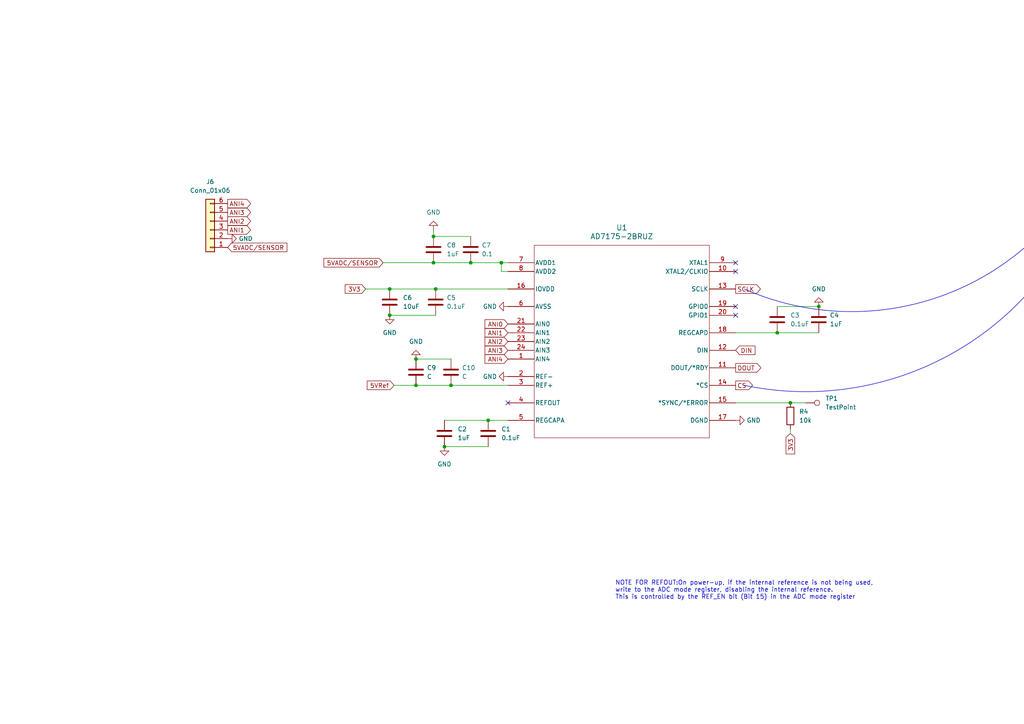
<source format=kicad_sch>
(kicad_sch (version 20230121) (generator eeschema)
  (paper "A4")
  (lib_symbols
    (symbol "Analog_ADC:AD7175-2BRUZ" (pin_names (offset 0.254))
      (property "Reference" "U" (at 33.02 10.16 0))
      (property "Value" "AD7175-2BRUZ" (at 33.02 7.62 0))
      (symbol "AD7175-2BRUZ_0_1"
        (polyline (pts (xy 7.62 -50.8) (xy 58.42 -50.8)) (stroke (width 0.127)))
        (polyline (pts (xy 7.62 5.08) (xy 7.62 -50.8)) (stroke (width 0.127)))
        (polyline (pts (xy 58.42 -50.8) (xy 58.42 5.08)) (stroke (width 0.127)))
        (polyline (pts (xy 58.42 5.08) (xy 7.62 5.08)) (stroke (width 0.127)))
        (pin unspecified line (at 0 -27.94 0) (length 7.62) (name "AIN4") (number "1"))
        (pin unspecified line (at 66.04 -2.54 180) (length 7.62) (name "XTAL2/CLKIO") (number "10"))
        (pin unspecified line (at 66.04 -30.48 180) (length 7.62) (name "DOUT/*RDY") (number "11"))
        (pin unspecified line (at 66.04 -25.4 180) (length 7.62) (name "DIN") (number "12"))
        (pin unspecified line (at 66.04 -7.62 180) (length 7.62) (name "SCLK") (number "13"))
        (pin unspecified line (at 66.04 -35.56 180) (length 7.62) (name "*CS") (number "14"))
        (pin unspecified line (at 66.04 -40.64 180) (length 7.62) (name "*SYNC/*ERROR") (number "15"))
        (pin unspecified line (at 0 -7.62 0) (length 7.62) (name "IOVDD") (number "16"))
        (pin unspecified line (at 66.04 -45.72 180) (length 7.62) (name "DGND") (number "17"))
        (pin unspecified line (at 66.04 -20.32 180) (length 7.62) (name "REGCAPD") (number "18"))
        (pin unspecified line (at 66.04 -12.7 180) (length 7.62) (name "GPIO0") (number "19"))
        (pin unspecified line (at 0 -33.02 0) (length 7.62) (name "REF-") (number "2"))
        (pin unspecified line (at 66.04 -15.24 180) (length 7.62) (name "GPIO1") (number "20"))
        (pin unspecified line (at 0 -17.78 0) (length 7.62) (name "AIN0") (number "21"))
        (pin unspecified line (at 0 -20.32 0) (length 7.62) (name "AIN1") (number "22"))
        (pin unspecified line (at 0 -22.86 0) (length 7.62) (name "AIN2") (number "23"))
        (pin unspecified line (at 0 -25.4 0) (length 7.62) (name "AIN3") (number "24"))
        (pin unspecified line (at 0 -35.56 0) (length 7.62) (name "REF+") (number "3"))
        (pin unspecified line (at 0 -40.64 0) (length 7.62) (name "REFOUT") (number "4"))
        (pin unspecified line (at 0 -45.72 0) (length 7.62) (name "REGCAPA") (number "5"))
        (pin unspecified line (at 0 -12.7 0) (length 7.62) (name "AVSS") (number "6"))
        (pin unspecified line (at 0 0 0) (length 7.62) (name "AVDD1") (number "7"))
        (pin unspecified line (at 0 -2.54 0) (length 7.62) (name "AVDD2") (number "8"))
        (pin unspecified line (at 66.04 0 180) (length 7.62) (name "XTAL1") (number "9"))
      )
    )
    (symbol "Connector:TestPoint" (pin_numbers hide) (pin_names (offset 0.762) hide)
      (property "Reference" "TP" (at 0 6.858 0))
      (property "Value" "TestPoint" (at 0 5.08 0))
      (symbol "TestPoint_0_1"
        (circle (center 0 3.302) (radius 0.762))
      )
      (symbol "TestPoint_1_1"
        (pin passive line (at 0 0 90) (length 2.54) (name "1") (number "1"))
      )
    )
    (symbol "Connector_Generic:Conn_01x06" (pin_names (offset 1.016) hide)
      (property "Reference" "J" (at 0 7.62 0))
      (property "Value" "Conn_01x06" (at 0 -10.16 0))
      (symbol "Conn_01x06_1_1"
        (rectangle (start -1.27 -7.493) (end 0 -7.747) (stroke (width 0.1524)))
        (rectangle (start -1.27 -4.953) (end 0 -5.207) (stroke (width 0.1524)))
        (rectangle (start -1.27 -2.413) (end 0 -2.667) (stroke (width 0.1524)))
        (rectangle (start -1.27 0.127) (end 0 -0.127) (stroke (width 0.1524)))
        (rectangle (start -1.27 2.667) (end 0 2.413) (stroke (width 0.1524)))
        (rectangle (start -1.27 5.207) (end 0 4.953) (stroke (width 0.1524)))
        (rectangle (start -1.27 6.35) (end 1.27 -8.89) (stroke (width 0.254)) (fill (type background)))
        (pin passive line (at -5.08 5.08 0) (length 3.81) (name "Pin_1") (number "1"))
        (pin passive line (at -5.08 2.54 0) (length 3.81) (name "Pin_2") (number "2"))
        (pin passive line (at -5.08 0 0) (length 3.81) (name "Pin_3") (number "3"))
        (pin passive line (at -5.08 -2.54 0) (length 3.81) (name "Pin_4") (number "4"))
        (pin passive line (at -5.08 -5.08 0) (length 3.81) (name "Pin_5") (number "5"))
        (pin passive line (at -5.08 -7.62 0) (length 3.81) (name "Pin_6") (number "6"))
      )
    )
    (symbol "Device:C" (pin_numbers hide) (pin_names (offset 0.254))
      (property "Reference" "C" (at 0.635 2.54 0))
      (property "Value" "C" (at 0.635 -2.54 0))
      (symbol "C_0_1"
        (polyline (pts (xy -2.032 -0.762) (xy 2.032 -0.762)) (stroke (width 0.508)))
        (polyline (pts (xy -2.032 0.762) (xy 2.032 0.762)) (stroke (width 0.508)))
      )
      (symbol "C_1_1"
        (pin passive line (at 0 3.81 270) (length 2.794) (name "~") (number "1"))
        (pin passive line (at 0 -3.81 90) (length 2.794) (name "~") (number "2"))
      )
    )
    (symbol "Device:R" (pin_numbers hide) (pin_names (offset 0))
      (property "Reference" "R" (at 2.032 0 90))
      (property "Value" "R" (at 0 0 90))
      (symbol "R_0_1"
        (rectangle (start -1.016 -2.54) (end 1.016 2.54) (stroke (width 0.254)))
      )
      (symbol "R_1_1"
        (pin passive line (at 0 3.81 270) (length 1.27) (name "~") (number "1"))
        (pin passive line (at 0 -3.81 90) (length 1.27) (name "~") (number "2"))
      )
    )
    (symbol "power:GND" (power) (pin_names (offset 0))
      (property "Value" "GND" (at 0 -3.81 0))
      (symbol "GND_0_1"
        (polyline (pts (xy 0 0) (xy 0 -1.27) (xy 1.27 -1.27) (xy 0 -2.54) (xy -1.27 -1.27) (xy 0 -1.27)))
      )
      (symbol "GND_1_1"
        (pin power_in line (at 0 0 270) (length 0) hide (name "GND") (number "1"))
      )
    )
  )
  (junction (at 113.03 91.44))
  (junction (at 237.49 88.9))
  (junction (at 141.605 121.92))
  (junction (at 125.73 76.2))
  (junction (at 120.65 104.14))
  (junction (at 126.365 83.82))
  (junction (at 113.03 83.82))
  (junction (at 128.905 129.54))
  (junction (at 229.235 116.84))
  (junction (at 136.525 76.2))
  (junction (at 145.415 76.2))
  (junction (at 125.73 68.58))
  (junction (at 130.81 111.76))
  (junction (at 120.65 111.76))
  (junction (at 225.425 96.52))
  (no_connect (at 213.36 76.2))
  (no_connect (at 213.36 88.9))
  (no_connect (at 147.32 116.84))
  (no_connect (at 213.36 91.44))
  (no_connect (at 213.36 78.74))
  (wire (pts (xy 136.525 76.2) (xy 145.415 76.2)))
  (wire (pts (xy 225.425 96.52) (xy 237.49 96.52)))
  (wire (pts (xy 213.36 116.84) (xy 229.235 116.84)))
  (wire (pts (xy 145.415 76.2) (xy 147.32 76.2)))
  (wire (pts (xy 113.03 83.82) (xy 126.365 83.82)))
  (wire (pts (xy 229.235 116.84) (xy 233.68 116.84)))
  (wire (pts (xy 147.32 78.74) (xy 145.415 78.74)))
  (wire (pts (xy 106.045 83.82) (xy 113.03 83.82)))
  (wire (pts (xy 126.365 83.82) (xy 147.32 83.82)))
  (wire (pts (xy 111.125 76.2) (xy 125.73 76.2)))
  (wire (pts (xy 114.3 111.76) (xy 120.65 111.76)))
  (wire (pts (xy 125.73 66.675) (xy 125.73 68.58)))
  (wire (pts (xy 113.03 91.44) (xy 126.365 91.44)))
  (wire (pts (xy 229.235 125.73) (xy 229.235 124.46)))
  (wire (pts (xy 120.65 111.76) (xy 130.81 111.76)))
  (wire (pts (xy 125.73 76.2) (xy 136.525 76.2)))
  (wire (pts (xy 225.425 88.9) (xy 237.49 88.9)))
  (wire (pts (xy 145.415 78.74) (xy 145.415 76.2)))
  (wire (pts (xy 128.905 129.54) (xy 141.605 129.54)))
  (wire (pts (xy 213.36 96.52) (xy 225.425 96.52)))
  (wire (pts (xy 128.905 121.92) (xy 141.605 121.92)))
  (wire (pts (xy 141.605 121.92) (xy 147.32 121.92)))
  (wire (pts (xy 125.73 68.58) (xy 136.525 68.58)))
  (wire (pts (xy 120.65 104.14) (xy 130.81 104.14)))
  (wire (pts (xy 130.81 111.76) (xy 147.32 111.76)))
  (arc (start 317.5 44.45) (mid 274.8538 85.1771) (end 215.9 83.82))
  (arc (start 318.77 44.45) (mid 281.2754 99.4101) (end 215.9 111.76))
  (text "NOTE FOR REFOUT:On power-up, if the internal reference is not being used, \nwrite to the ADC mode register, disabling the internal reference. \nThis is controlled by the REF_EN bit (Bit 15) in the ADC mode register" (at 178.435 173.99 0) (effects (font (size 1.27 1.27)) (justify left bottom)))
  (text "make sure label direction is proper" (at 321.31 45.72 0) (effects (font (size 1.27 1.27)) (justify left bottom)))
  (global_label "ANI1" (shape output) (at 66.04 66.675 0) (property "Intersheetrefs" "${INTERSHEET_REFS}" (effects hide)))
  (global_label "3V3" (shape input) (at 106.045 83.82 180) (property "Intersheetrefs" "${INTERSHEET_REFS}" (effects hide)))
  (global_label "ANI2" (shape output) (at 66.04 64.135 0) (property "Intersheetrefs" "${INTERSHEET_REFS}" (effects hide)))
  (global_label "CS" (shape output) (at 213.36 111.76 0) (property "Intersheetrefs" "${INTERSHEET_REFS}" (effects hide)))
  (global_label "SCLK" (shape output) (at 213.36 83.82 0) (property "Intersheetrefs" "${INTERSHEET_REFS}" (effects hide)))
  (global_label "ANI3" (shape output) (at 66.04 61.595 0) (property "Intersheetrefs" "${INTERSHEET_REFS}" (effects hide)))
  (global_label "DOUT" (shape output) (at 213.36 106.68 0) (property "Intersheetrefs" "${INTERSHEET_REFS}" (effects hide)))
  (global_label "ANI4" (shape output) (at 66.04 59.055 0) (property "Intersheetrefs" "${INTERSHEET_REFS}" (effects hide)))
  (global_label "ANI4" (shape input) (at 147.32 104.14 180) (property "Intersheetrefs" "${INTERSHEET_REFS}" (effects hide)))
  (global_label "3V3" (shape input) (at 229.235 125.73 270) (property "Intersheetrefs" "${INTERSHEET_REFS}" (effects hide)))
  (global_label "ANI1" (shape input) (at 147.32 96.52 180) (property "Intersheetrefs" "${INTERSHEET_REFS}" (effects hide)))
  (global_label "ANI2" (shape input) (at 147.32 99.06 180) (property "Intersheetrefs" "${INTERSHEET_REFS}" (effects hide)))
  (global_label "5VADC{slash}SENSOR" (shape input) (at 111.125 76.2 180) (property "Intersheetrefs" "${INTERSHEET_REFS}" (effects hide)))
  (global_label "5VRef" (shape input) (at 114.3 111.76 180) (property "Intersheetrefs" "${INTERSHEET_REFS}" (effects hide)))
  (global_label "DIN" (shape input) (at 213.36 101.6 0) (property "Intersheetrefs" "${INTERSHEET_REFS}" (effects hide)))
  (global_label "5VADC{slash}SENSOR" (shape input) (at 66.04 71.755 0) (property "Intersheetrefs" "${INTERSHEET_REFS}" (effects hide)))
  (global_label "ANI3" (shape input) (at 147.32 101.6 180) (property "Intersheetrefs" "${INTERSHEET_REFS}" (effects hide)))
  (global_label "ANI0" (shape input) (at 147.32 93.98 180) (property "Intersheetrefs" "${INTERSHEET_REFS}" (effects hide)))
  (symbol (lib_id "Device:C") (at 237.49 92.71 0) (unit 1)
    (property "Reference" "C4" (at 240.665 91.44 0) (effects (justify left)))
    (property "Value" "1uF" (at 240.665 93.98 0) (effects (justify left)))
  )
  (symbol (lib_id "power:GND") (at 147.32 109.22 270) (unit 1)
    (property "Reference" "#PWR09" (effects hide))
    (property "Value" "GND" (at 144.145 109.22 90) (effects (justify right)))
  )
  (symbol (lib_id "power:GND") (at 147.32 88.9 270) (unit 1)
    (property "Reference" "#PWR04" (effects hide))
    (property "Value" "GND" (at 144.145 88.9 90) (effects (justify right)))
  )
  (symbol (lib_id "Device:C") (at 128.905 125.73 0) (unit 1)
    (property "Reference" "C2" (at 132.715 124.46 0) (effects (justify left)))
    (property "Value" "1uF" (at 132.715 127 0) (effects (justify left)))
  )
  (symbol (lib_id "Device:C") (at 130.81 107.95 0) (unit 1)
    (property "Reference" "C10" (at 133.985 106.68 0) (effects (justify left)))
    (property "Value" "C" (at 133.985 109.22 0) (effects (justify left)))
  )
  (symbol (lib_id "Device:C") (at 136.525 72.39 0) (unit 1)
    (property "Reference" "C7" (at 139.7 71.12 0) (effects (justify left)))
    (property "Value" "0.1" (at 139.7 73.66 0) (effects (justify left)))
  )
  (symbol (lib_id "Device:C") (at 125.73 72.39 0) (unit 1)
    (property "Reference" "C8" (at 129.54 71.12 0) (effects (justify left)))
    (property "Value" "1uF" (at 129.54 73.66 0) (effects (justify left)))
  )
  (symbol (lib_id "Device:R") (at 229.235 120.65 0) (unit 1)
    (property "Reference" "R4" (at 231.775 119.38 0) (effects (justify left)))
    (property "Value" "10k" (at 231.775 121.92 0) (effects (justify left)))
  )
  (symbol (lib_id "power:GND") (at 120.65 104.14 180) (unit 1)
    (property "Reference" "#PWR010" (effects hide))
    (property "Value" "GND" (at 120.65 99.06 0))
  )
  (symbol (lib_id "Device:C") (at 113.03 87.63 0) (unit 1)
    (property "Reference" "C6" (at 116.84 86.36 0) (effects (justify left)))
    (property "Value" "10uF" (at 116.84 88.9 0) (effects (justify left)))
  )
  (symbol (lib_id "power:GND") (at 213.36 121.92 90) (unit 1)
    (property "Reference" "#PWR011" (effects hide))
    (property "Value" "GND" (at 216.535 121.92 90) (effects (justify right)))
  )
  (symbol (lib_id "Device:C") (at 120.65 107.95 0) (unit 1)
    (property "Reference" "C9" (at 123.825 106.68 0) (effects (justify left)))
    (property "Value" "C" (at 123.825 109.22 0) (effects (justify left)))
  )
  (symbol (lib_id "Device:C") (at 126.365 87.63 0) (unit 1)
    (property "Reference" "C5" (at 129.54 86.36 0) (effects (justify left)))
    (property "Value" "0.1uF" (at 129.54 88.9 0) (effects (justify left)))
  )
  (symbol (lib_id "Connector:TestPoint") (at 233.68 116.84 270) (unit 1)
    (property "Reference" "TP1" (at 239.395 115.57 90) (effects (justify left)))
    (property "Value" "TestPoint" (at 239.395 118.11 90) (effects (justify left)))
  )
  (symbol (lib_id "power:GND") (at 237.49 88.9 180) (unit 1)
    (property "Reference" "#PWR06" (effects hide))
    (property "Value" "GND" (at 237.49 83.82 0))
  )
  (symbol (lib_id "Device:C") (at 225.425 92.71 0) (unit 1)
    (property "Reference" "C3" (at 229.235 91.44 0) (effects (justify left)))
    (property "Value" "0.1uF" (at 229.235 93.98 0) (effects (justify left)))
  )
  (symbol (lib_id "power:GND") (at 113.03 91.44 0) (unit 1)
    (property "Reference" "#PWR07" (effects hide))
    (property "Value" "GND" (at 113.03 96.52 0))
  )
  (symbol (lib_id "power:GND") (at 125.73 66.675 180) (unit 1)
    (property "Reference" "#PWR08" (effects hide))
    (property "Value" "GND" (at 125.73 61.595 0))
  )
  (symbol (lib_id "power:GND") (at 66.04 69.215 90) (unit 1)
    (property "Reference" "#PWR012" (effects hide))
    (property "Value" "GND" (at 69.215 69.215 90) (effects (justify right)))
  )
  (symbol (lib_id "Device:C") (at 141.605 125.73 0) (unit 1)
    (property "Reference" "C1" (at 145.415 124.46 0) (effects (justify left)))
    (property "Value" "0.1uF" (at 145.415 127 0) (effects (justify left)))
  )
  (symbol (lib_id "Analog_ADC:AD7175-2BRUZ") (at 147.32 76.2 0) (unit 1)
    (property "Reference" "U1" (at 180.34 66.04 0) (effects (font (size 1.524 1.524))))
    (property "Value" "AD7175-2BRUZ" (at 180.34 68.58 0) (effects (font (size 1.524 1.524))))
    (property "Datasheet" "AD7175-2BRUZ" (effects hide))
  )
  (symbol (lib_id "Connector_Generic:Conn_01x06") (at 60.96 66.675 180) (unit 1)
    (property "Reference" "J6" (at 60.96 52.705 0))
    (property "Value" "Conn_01x06" (at 60.96 55.245 0))
  )
  (symbol (lib_id "power:GND") (at 128.905 129.54 0) (unit 1)
    (property "Reference" "#PWR05" (effects hide))
    (property "Value" "GND" (at 128.905 134.62 0))
  )
)
</source>
